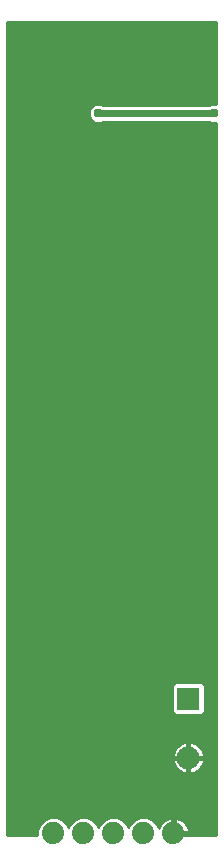
<source format=gbl>
G75*
%MOIN*%
%OFA0B0*%
%FSLAX25Y25*%
%IPPOS*%
%LPD*%
%AMOC8*
5,1,8,0,0,1.08239X$1,22.5*
%
%ADD10C,0.07600*%
%ADD11R,0.07600X0.07600*%
%ADD12C,0.07400*%
%ADD13C,0.03100*%
%ADD14C,0.02400*%
%ADD15C,0.01000*%
D10*
X0066500Y0031657D03*
D11*
X0066500Y0051343D03*
D12*
X0061500Y0006500D03*
X0051500Y0006500D03*
X0041500Y0006500D03*
X0031500Y0006500D03*
X0021500Y0006500D03*
D13*
X0026500Y0071500D03*
X0031500Y0071500D03*
X0036500Y0071500D03*
X0036500Y0076500D03*
X0026500Y0181500D03*
X0026500Y0186500D03*
X0026500Y0211500D03*
X0026500Y0216500D03*
X0026500Y0246500D03*
X0026500Y0251500D03*
X0036500Y0246500D03*
X0011500Y0221500D03*
X0011500Y0216500D03*
X0011500Y0211500D03*
X0011500Y0206500D03*
X0011500Y0201500D03*
X0075000Y0246500D03*
D14*
X0036500Y0246500D01*
D15*
X0006000Y0276961D02*
X0006000Y0006000D01*
X0016100Y0006000D01*
X0016100Y0007574D01*
X0016922Y0009559D01*
X0018441Y0011078D01*
X0020426Y0011900D01*
X0022574Y0011900D01*
X0024559Y0011078D01*
X0026078Y0009559D01*
X0026500Y0008540D01*
X0026922Y0009559D01*
X0028441Y0011078D01*
X0030426Y0011900D01*
X0032574Y0011900D01*
X0034559Y0011078D01*
X0036078Y0009559D01*
X0036500Y0008540D01*
X0036922Y0009559D01*
X0038441Y0011078D01*
X0040426Y0011900D01*
X0042574Y0011900D01*
X0044559Y0011078D01*
X0046078Y0009559D01*
X0046500Y0008540D01*
X0046922Y0009559D01*
X0048441Y0011078D01*
X0050426Y0011900D01*
X0052574Y0011900D01*
X0054559Y0011078D01*
X0056078Y0009559D01*
X0056609Y0008276D01*
X0056681Y0008496D01*
X0057053Y0009225D01*
X0057534Y0009888D01*
X0058112Y0010466D01*
X0058775Y0010947D01*
X0059504Y0011319D01*
X0060282Y0011572D01*
X0061000Y0011686D01*
X0061000Y0007000D01*
X0062000Y0007000D01*
X0062000Y0011686D01*
X0062718Y0011572D01*
X0063496Y0011319D01*
X0064225Y0010947D01*
X0064888Y0010466D01*
X0065466Y0009888D01*
X0065947Y0009225D01*
X0066319Y0008496D01*
X0066572Y0007718D01*
X0066686Y0007000D01*
X0062000Y0007000D01*
X0062000Y0006000D01*
X0066686Y0006000D01*
X0066686Y0006000D01*
X0075701Y0006000D01*
X0075701Y0243273D01*
X0075646Y0243250D01*
X0074354Y0243250D01*
X0073509Y0243600D01*
X0037991Y0243600D01*
X0037146Y0243250D01*
X0035854Y0243250D01*
X0034659Y0243745D01*
X0033745Y0244659D01*
X0033250Y0245854D01*
X0033250Y0247146D01*
X0033745Y0248341D01*
X0034659Y0249255D01*
X0035854Y0249750D01*
X0037146Y0249750D01*
X0037991Y0249400D01*
X0073509Y0249400D01*
X0074354Y0249750D01*
X0075646Y0249750D01*
X0075701Y0249727D01*
X0075701Y0276961D01*
X0006000Y0276961D01*
X0006000Y0276091D02*
X0075701Y0276091D01*
X0075701Y0275092D02*
X0006000Y0275092D01*
X0006000Y0274094D02*
X0075701Y0274094D01*
X0075701Y0273095D02*
X0006000Y0273095D01*
X0006000Y0272097D02*
X0075701Y0272097D01*
X0075701Y0271098D02*
X0006000Y0271098D01*
X0006000Y0270100D02*
X0075701Y0270100D01*
X0075701Y0269101D02*
X0006000Y0269101D01*
X0006000Y0268103D02*
X0075701Y0268103D01*
X0075701Y0267104D02*
X0006000Y0267104D01*
X0006000Y0266105D02*
X0075701Y0266105D01*
X0075701Y0265107D02*
X0006000Y0265107D01*
X0006000Y0264108D02*
X0075701Y0264108D01*
X0075701Y0263110D02*
X0006000Y0263110D01*
X0006000Y0262111D02*
X0075701Y0262111D01*
X0075701Y0261113D02*
X0006000Y0261113D01*
X0006000Y0260114D02*
X0075701Y0260114D01*
X0075701Y0259116D02*
X0006000Y0259116D01*
X0006000Y0258117D02*
X0075701Y0258117D01*
X0075701Y0257119D02*
X0006000Y0257119D01*
X0006000Y0256120D02*
X0075701Y0256120D01*
X0075701Y0255122D02*
X0006000Y0255122D01*
X0006000Y0254123D02*
X0075701Y0254123D01*
X0075701Y0253125D02*
X0006000Y0253125D01*
X0006000Y0252126D02*
X0075701Y0252126D01*
X0075701Y0251128D02*
X0006000Y0251128D01*
X0006000Y0250129D02*
X0075701Y0250129D01*
X0075701Y0243140D02*
X0006000Y0243140D01*
X0006000Y0244138D02*
X0034266Y0244138D01*
X0033547Y0245137D02*
X0006000Y0245137D01*
X0006000Y0246135D02*
X0033250Y0246135D01*
X0033250Y0247134D02*
X0006000Y0247134D01*
X0006000Y0248132D02*
X0033658Y0248132D01*
X0034535Y0249131D02*
X0006000Y0249131D01*
X0006000Y0242141D02*
X0075701Y0242141D01*
X0075701Y0241143D02*
X0006000Y0241143D01*
X0006000Y0240144D02*
X0075701Y0240144D01*
X0075701Y0239146D02*
X0006000Y0239146D01*
X0006000Y0238147D02*
X0075701Y0238147D01*
X0075701Y0237149D02*
X0006000Y0237149D01*
X0006000Y0236150D02*
X0075701Y0236150D01*
X0075701Y0235152D02*
X0006000Y0235152D01*
X0006000Y0234153D02*
X0075701Y0234153D01*
X0075701Y0233155D02*
X0006000Y0233155D01*
X0006000Y0232156D02*
X0075701Y0232156D01*
X0075701Y0231158D02*
X0006000Y0231158D01*
X0006000Y0230159D02*
X0075701Y0230159D01*
X0075701Y0229161D02*
X0006000Y0229161D01*
X0006000Y0228162D02*
X0075701Y0228162D01*
X0075701Y0227164D02*
X0006000Y0227164D01*
X0006000Y0226165D02*
X0075701Y0226165D01*
X0075701Y0225167D02*
X0006000Y0225167D01*
X0006000Y0224168D02*
X0075701Y0224168D01*
X0075701Y0223170D02*
X0006000Y0223170D01*
X0006000Y0222171D02*
X0075701Y0222171D01*
X0075701Y0221172D02*
X0006000Y0221172D01*
X0006000Y0220174D02*
X0075701Y0220174D01*
X0075701Y0219175D02*
X0006000Y0219175D01*
X0006000Y0218177D02*
X0075701Y0218177D01*
X0075701Y0217178D02*
X0006000Y0217178D01*
X0006000Y0216180D02*
X0075701Y0216180D01*
X0075701Y0215181D02*
X0006000Y0215181D01*
X0006000Y0214183D02*
X0075701Y0214183D01*
X0075701Y0213184D02*
X0006000Y0213184D01*
X0006000Y0212186D02*
X0075701Y0212186D01*
X0075701Y0211187D02*
X0006000Y0211187D01*
X0006000Y0210189D02*
X0075701Y0210189D01*
X0075701Y0209190D02*
X0006000Y0209190D01*
X0006000Y0208192D02*
X0075701Y0208192D01*
X0075701Y0207193D02*
X0006000Y0207193D01*
X0006000Y0206195D02*
X0075701Y0206195D01*
X0075701Y0205196D02*
X0006000Y0205196D01*
X0006000Y0204198D02*
X0075701Y0204198D01*
X0075701Y0203199D02*
X0006000Y0203199D01*
X0006000Y0202201D02*
X0075701Y0202201D01*
X0075701Y0201202D02*
X0006000Y0201202D01*
X0006000Y0200204D02*
X0075701Y0200204D01*
X0075701Y0199205D02*
X0006000Y0199205D01*
X0006000Y0198207D02*
X0075701Y0198207D01*
X0075701Y0197208D02*
X0006000Y0197208D01*
X0006000Y0196210D02*
X0075701Y0196210D01*
X0075701Y0195211D02*
X0006000Y0195211D01*
X0006000Y0194213D02*
X0075701Y0194213D01*
X0075701Y0193214D02*
X0006000Y0193214D01*
X0006000Y0192216D02*
X0075701Y0192216D01*
X0075701Y0191217D02*
X0006000Y0191217D01*
X0006000Y0190219D02*
X0075701Y0190219D01*
X0075701Y0189220D02*
X0006000Y0189220D01*
X0006000Y0188222D02*
X0075701Y0188222D01*
X0075701Y0187223D02*
X0006000Y0187223D01*
X0006000Y0186225D02*
X0075701Y0186225D01*
X0075701Y0185226D02*
X0006000Y0185226D01*
X0006000Y0184228D02*
X0075701Y0184228D01*
X0075701Y0183229D02*
X0006000Y0183229D01*
X0006000Y0182231D02*
X0075701Y0182231D01*
X0075701Y0181232D02*
X0006000Y0181232D01*
X0006000Y0180234D02*
X0075701Y0180234D01*
X0075701Y0179235D02*
X0006000Y0179235D01*
X0006000Y0178237D02*
X0075701Y0178237D01*
X0075701Y0177238D02*
X0006000Y0177238D01*
X0006000Y0176239D02*
X0075701Y0176239D01*
X0075701Y0175241D02*
X0006000Y0175241D01*
X0006000Y0174242D02*
X0075701Y0174242D01*
X0075701Y0173244D02*
X0006000Y0173244D01*
X0006000Y0172245D02*
X0075701Y0172245D01*
X0075701Y0171247D02*
X0006000Y0171247D01*
X0006000Y0170248D02*
X0075701Y0170248D01*
X0075701Y0169250D02*
X0006000Y0169250D01*
X0006000Y0168251D02*
X0075701Y0168251D01*
X0075701Y0167253D02*
X0006000Y0167253D01*
X0006000Y0166254D02*
X0075701Y0166254D01*
X0075701Y0165256D02*
X0006000Y0165256D01*
X0006000Y0164257D02*
X0075701Y0164257D01*
X0075701Y0163259D02*
X0006000Y0163259D01*
X0006000Y0162260D02*
X0075701Y0162260D01*
X0075701Y0161262D02*
X0006000Y0161262D01*
X0006000Y0160263D02*
X0075701Y0160263D01*
X0075701Y0159265D02*
X0006000Y0159265D01*
X0006000Y0158266D02*
X0075701Y0158266D01*
X0075701Y0157268D02*
X0006000Y0157268D01*
X0006000Y0156269D02*
X0075701Y0156269D01*
X0075701Y0155271D02*
X0006000Y0155271D01*
X0006000Y0154272D02*
X0075701Y0154272D01*
X0075701Y0153274D02*
X0006000Y0153274D01*
X0006000Y0152275D02*
X0075701Y0152275D01*
X0075701Y0151277D02*
X0006000Y0151277D01*
X0006000Y0150278D02*
X0075701Y0150278D01*
X0075701Y0149280D02*
X0006000Y0149280D01*
X0006000Y0148281D02*
X0075701Y0148281D01*
X0075701Y0147283D02*
X0006000Y0147283D01*
X0006000Y0146284D02*
X0075701Y0146284D01*
X0075701Y0145286D02*
X0006000Y0145286D01*
X0006000Y0144287D02*
X0075701Y0144287D01*
X0075701Y0143289D02*
X0006000Y0143289D01*
X0006000Y0142290D02*
X0075701Y0142290D01*
X0075701Y0141292D02*
X0006000Y0141292D01*
X0006000Y0140293D02*
X0075701Y0140293D01*
X0075701Y0139295D02*
X0006000Y0139295D01*
X0006000Y0138296D02*
X0075701Y0138296D01*
X0075701Y0137298D02*
X0006000Y0137298D01*
X0006000Y0136299D02*
X0075701Y0136299D01*
X0075701Y0135301D02*
X0006000Y0135301D01*
X0006000Y0134302D02*
X0075701Y0134302D01*
X0075701Y0133303D02*
X0006000Y0133303D01*
X0006000Y0132305D02*
X0075701Y0132305D01*
X0075701Y0131306D02*
X0006000Y0131306D01*
X0006000Y0130308D02*
X0075701Y0130308D01*
X0075701Y0129309D02*
X0006000Y0129309D01*
X0006000Y0128311D02*
X0075701Y0128311D01*
X0075701Y0127312D02*
X0006000Y0127312D01*
X0006000Y0126314D02*
X0075701Y0126314D01*
X0075701Y0125315D02*
X0006000Y0125315D01*
X0006000Y0124317D02*
X0075701Y0124317D01*
X0075701Y0123318D02*
X0006000Y0123318D01*
X0006000Y0122320D02*
X0075701Y0122320D01*
X0075701Y0121321D02*
X0006000Y0121321D01*
X0006000Y0120323D02*
X0075701Y0120323D01*
X0075701Y0119324D02*
X0006000Y0119324D01*
X0006000Y0118326D02*
X0075701Y0118326D01*
X0075701Y0117327D02*
X0006000Y0117327D01*
X0006000Y0116329D02*
X0075701Y0116329D01*
X0075701Y0115330D02*
X0006000Y0115330D01*
X0006000Y0114332D02*
X0075701Y0114332D01*
X0075701Y0113333D02*
X0006000Y0113333D01*
X0006000Y0112335D02*
X0075701Y0112335D01*
X0075701Y0111336D02*
X0006000Y0111336D01*
X0006000Y0110338D02*
X0075701Y0110338D01*
X0075701Y0109339D02*
X0006000Y0109339D01*
X0006000Y0108341D02*
X0075701Y0108341D01*
X0075701Y0107342D02*
X0006000Y0107342D01*
X0006000Y0106344D02*
X0075701Y0106344D01*
X0075701Y0105345D02*
X0006000Y0105345D01*
X0006000Y0104347D02*
X0075701Y0104347D01*
X0075701Y0103348D02*
X0006000Y0103348D01*
X0006000Y0102350D02*
X0075701Y0102350D01*
X0075701Y0101351D02*
X0006000Y0101351D01*
X0006000Y0100353D02*
X0075701Y0100353D01*
X0075701Y0099354D02*
X0006000Y0099354D01*
X0006000Y0098356D02*
X0075701Y0098356D01*
X0075701Y0097357D02*
X0006000Y0097357D01*
X0006000Y0096359D02*
X0075701Y0096359D01*
X0075701Y0095360D02*
X0006000Y0095360D01*
X0006000Y0094362D02*
X0075701Y0094362D01*
X0075701Y0093363D02*
X0006000Y0093363D01*
X0006000Y0092365D02*
X0075701Y0092365D01*
X0075701Y0091366D02*
X0006000Y0091366D01*
X0006000Y0090368D02*
X0075701Y0090368D01*
X0075701Y0089369D02*
X0006000Y0089369D01*
X0006000Y0088370D02*
X0075701Y0088370D01*
X0075701Y0087372D02*
X0006000Y0087372D01*
X0006000Y0086373D02*
X0075701Y0086373D01*
X0075701Y0085375D02*
X0006000Y0085375D01*
X0006000Y0084376D02*
X0075701Y0084376D01*
X0075701Y0083378D02*
X0006000Y0083378D01*
X0006000Y0082379D02*
X0075701Y0082379D01*
X0075701Y0081381D02*
X0006000Y0081381D01*
X0006000Y0080382D02*
X0075701Y0080382D01*
X0075701Y0079384D02*
X0006000Y0079384D01*
X0006000Y0078385D02*
X0075701Y0078385D01*
X0075701Y0077387D02*
X0006000Y0077387D01*
X0006000Y0076388D02*
X0075701Y0076388D01*
X0075701Y0075390D02*
X0006000Y0075390D01*
X0006000Y0074391D02*
X0075701Y0074391D01*
X0075701Y0073393D02*
X0006000Y0073393D01*
X0006000Y0072394D02*
X0075701Y0072394D01*
X0075701Y0071396D02*
X0006000Y0071396D01*
X0006000Y0070397D02*
X0075701Y0070397D01*
X0075701Y0069399D02*
X0006000Y0069399D01*
X0006000Y0068400D02*
X0075701Y0068400D01*
X0075701Y0067402D02*
X0006000Y0067402D01*
X0006000Y0066403D02*
X0075701Y0066403D01*
X0075701Y0065405D02*
X0006000Y0065405D01*
X0006000Y0064406D02*
X0075701Y0064406D01*
X0075701Y0063408D02*
X0006000Y0063408D01*
X0006000Y0062409D02*
X0075701Y0062409D01*
X0075701Y0061411D02*
X0006000Y0061411D01*
X0006000Y0060412D02*
X0075701Y0060412D01*
X0075701Y0059414D02*
X0006000Y0059414D01*
X0006000Y0058415D02*
X0075701Y0058415D01*
X0075701Y0057417D02*
X0006000Y0057417D01*
X0006000Y0056418D02*
X0061571Y0056418D01*
X0061996Y0056843D02*
X0061000Y0055847D01*
X0061000Y0046838D01*
X0061996Y0045843D01*
X0071004Y0045843D01*
X0072000Y0046838D01*
X0072000Y0055847D01*
X0071004Y0056843D01*
X0061996Y0056843D01*
X0061000Y0055420D02*
X0006000Y0055420D01*
X0006000Y0054421D02*
X0061000Y0054421D01*
X0061000Y0053423D02*
X0006000Y0053423D01*
X0006000Y0052424D02*
X0061000Y0052424D01*
X0061000Y0051426D02*
X0006000Y0051426D01*
X0006000Y0050427D02*
X0061000Y0050427D01*
X0061000Y0049429D02*
X0006000Y0049429D01*
X0006000Y0048430D02*
X0061000Y0048430D01*
X0061000Y0047432D02*
X0006000Y0047432D01*
X0006000Y0046433D02*
X0061405Y0046433D01*
X0064466Y0036569D02*
X0063722Y0036190D01*
X0063047Y0035700D01*
X0062457Y0035110D01*
X0061967Y0034435D01*
X0061588Y0033692D01*
X0061330Y0032899D01*
X0061200Y0032075D01*
X0061200Y0032043D01*
X0066114Y0032043D01*
X0066114Y0031272D01*
X0061200Y0031272D01*
X0061200Y0031240D01*
X0061330Y0030416D01*
X0061588Y0029623D01*
X0061967Y0028880D01*
X0062457Y0028205D01*
X0063047Y0027615D01*
X0063722Y0027125D01*
X0064466Y0026746D01*
X0065259Y0026488D01*
X0066083Y0026357D01*
X0066114Y0026357D01*
X0066114Y0031272D01*
X0066886Y0031272D01*
X0066886Y0032043D01*
X0071800Y0032043D01*
X0071800Y0032075D01*
X0071669Y0032899D01*
X0071412Y0033692D01*
X0071033Y0034435D01*
X0070543Y0035110D01*
X0069953Y0035700D01*
X0069278Y0036190D01*
X0068534Y0036569D01*
X0067741Y0036827D01*
X0066917Y0036957D01*
X0066886Y0036957D01*
X0066886Y0032043D01*
X0066114Y0032043D01*
X0066114Y0036957D01*
X0066083Y0036957D01*
X0065259Y0036827D01*
X0064466Y0036569D01*
X0064227Y0036448D02*
X0006000Y0036448D01*
X0006000Y0037446D02*
X0075701Y0037446D01*
X0075701Y0036448D02*
X0068773Y0036448D01*
X0070203Y0035449D02*
X0075701Y0035449D01*
X0075701Y0034451D02*
X0071022Y0034451D01*
X0071490Y0033452D02*
X0075701Y0033452D01*
X0075701Y0032454D02*
X0071740Y0032454D01*
X0071800Y0031272D02*
X0066886Y0031272D01*
X0066886Y0026357D01*
X0066917Y0026357D01*
X0067741Y0026488D01*
X0068534Y0026746D01*
X0069278Y0027125D01*
X0069953Y0027615D01*
X0070543Y0028205D01*
X0071033Y0028880D01*
X0071412Y0029623D01*
X0071669Y0030416D01*
X0071800Y0031240D01*
X0071800Y0031272D01*
X0071676Y0030457D02*
X0075701Y0030457D01*
X0075701Y0031455D02*
X0066886Y0031455D01*
X0066114Y0031455D02*
X0006000Y0031455D01*
X0006000Y0030457D02*
X0061324Y0030457D01*
X0061672Y0029458D02*
X0006000Y0029458D01*
X0006000Y0028460D02*
X0062272Y0028460D01*
X0063259Y0027461D02*
X0006000Y0027461D01*
X0006000Y0026463D02*
X0065418Y0026463D01*
X0066114Y0026463D02*
X0066886Y0026463D01*
X0067582Y0026463D02*
X0075701Y0026463D01*
X0075701Y0027461D02*
X0069741Y0027461D01*
X0070728Y0028460D02*
X0075701Y0028460D01*
X0075701Y0029458D02*
X0071328Y0029458D01*
X0066886Y0029458D02*
X0066114Y0029458D01*
X0066114Y0028460D02*
X0066886Y0028460D01*
X0066886Y0027461D02*
X0066114Y0027461D01*
X0066114Y0030457D02*
X0066886Y0030457D01*
X0066886Y0032454D02*
X0066114Y0032454D01*
X0066114Y0033452D02*
X0066886Y0033452D01*
X0066886Y0034451D02*
X0066114Y0034451D01*
X0066114Y0035449D02*
X0066886Y0035449D01*
X0066886Y0036448D02*
X0066114Y0036448D01*
X0062797Y0035449D02*
X0006000Y0035449D01*
X0006000Y0034451D02*
X0061978Y0034451D01*
X0061510Y0033452D02*
X0006000Y0033452D01*
X0006000Y0032454D02*
X0061260Y0032454D01*
X0061000Y0011485D02*
X0062000Y0011485D01*
X0062000Y0010487D02*
X0061000Y0010487D01*
X0061000Y0009488D02*
X0062000Y0009488D01*
X0062000Y0008490D02*
X0061000Y0008490D01*
X0061000Y0007491D02*
X0062000Y0007491D01*
X0062000Y0006493D02*
X0075701Y0006493D01*
X0075701Y0007491D02*
X0066608Y0007491D01*
X0066321Y0008490D02*
X0075701Y0008490D01*
X0075701Y0009488D02*
X0065757Y0009488D01*
X0064860Y0010487D02*
X0075701Y0010487D01*
X0075701Y0011485D02*
X0062985Y0011485D01*
X0060015Y0011485D02*
X0053576Y0011485D01*
X0055150Y0010487D02*
X0058140Y0010487D01*
X0057243Y0009488D02*
X0056107Y0009488D01*
X0056521Y0008490D02*
X0056679Y0008490D01*
X0049424Y0011485D02*
X0043576Y0011485D01*
X0045150Y0010487D02*
X0047850Y0010487D01*
X0046893Y0009488D02*
X0046107Y0009488D01*
X0039424Y0011485D02*
X0033576Y0011485D01*
X0035150Y0010487D02*
X0037850Y0010487D01*
X0036893Y0009488D02*
X0036107Y0009488D01*
X0029424Y0011485D02*
X0023576Y0011485D01*
X0025150Y0010487D02*
X0027850Y0010487D01*
X0026893Y0009488D02*
X0026107Y0009488D01*
X0019424Y0011485D02*
X0006000Y0011485D01*
X0006000Y0010487D02*
X0017850Y0010487D01*
X0016893Y0009488D02*
X0006000Y0009488D01*
X0006000Y0008490D02*
X0016479Y0008490D01*
X0016100Y0007491D02*
X0006000Y0007491D01*
X0006000Y0006493D02*
X0016100Y0006493D01*
X0006000Y0012484D02*
X0075701Y0012484D01*
X0075701Y0013482D02*
X0006000Y0013482D01*
X0006000Y0014481D02*
X0075701Y0014481D01*
X0075701Y0015479D02*
X0006000Y0015479D01*
X0006000Y0016478D02*
X0075701Y0016478D01*
X0075701Y0017476D02*
X0006000Y0017476D01*
X0006000Y0018475D02*
X0075701Y0018475D01*
X0075701Y0019473D02*
X0006000Y0019473D01*
X0006000Y0020472D02*
X0075701Y0020472D01*
X0075701Y0021470D02*
X0006000Y0021470D01*
X0006000Y0022469D02*
X0075701Y0022469D01*
X0075701Y0023467D02*
X0006000Y0023467D01*
X0006000Y0024466D02*
X0075701Y0024466D01*
X0075701Y0025464D02*
X0006000Y0025464D01*
X0006000Y0038445D02*
X0075701Y0038445D01*
X0075701Y0039443D02*
X0006000Y0039443D01*
X0006000Y0040442D02*
X0075701Y0040442D01*
X0075701Y0041440D02*
X0006000Y0041440D01*
X0006000Y0042439D02*
X0075701Y0042439D01*
X0075701Y0043437D02*
X0006000Y0043437D01*
X0006000Y0044436D02*
X0075701Y0044436D01*
X0075701Y0045434D02*
X0006000Y0045434D01*
X0071595Y0046433D02*
X0075701Y0046433D01*
X0075701Y0047432D02*
X0072000Y0047432D01*
X0072000Y0048430D02*
X0075701Y0048430D01*
X0075701Y0049429D02*
X0072000Y0049429D01*
X0072000Y0050427D02*
X0075701Y0050427D01*
X0075701Y0051426D02*
X0072000Y0051426D01*
X0072000Y0052424D02*
X0075701Y0052424D01*
X0075701Y0053423D02*
X0072000Y0053423D01*
X0072000Y0054421D02*
X0075701Y0054421D01*
X0075701Y0055420D02*
X0072000Y0055420D01*
X0071429Y0056418D02*
X0075701Y0056418D01*
M02*

</source>
